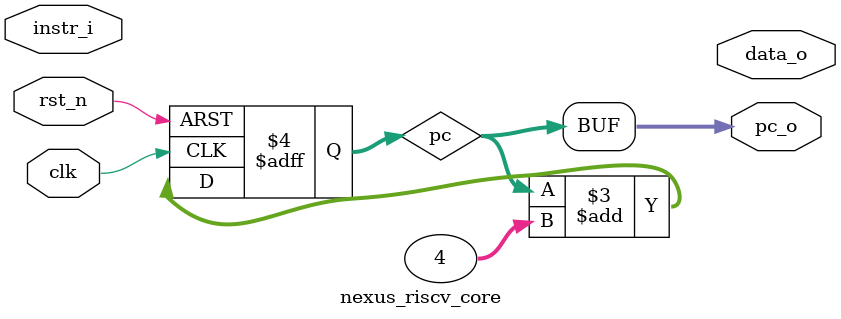
<source format=v>
module nexus_riscv_core (
    input clk,
    input rst_n,
    input [31:0] instr_i,
    output [31:0] pc_o,
    output [31:0] data_o
);
    // Neural-Nexus Research Core (GPLv3)
    // Concept: Low-power RISC-V core optimized for 5nm
    
    reg [31:0] pc;
    
    always @(posedge clk or negedge rst_n) begin
        if (!rst_n) begin
            pc <= 32'h0000_0000;
        end else begin
            pc <= pc + 4; // Basic fetch logic
        end
    end
    
    assign pc_o = pc;
    // Core logic placeholder for research
endmodule
</source>
